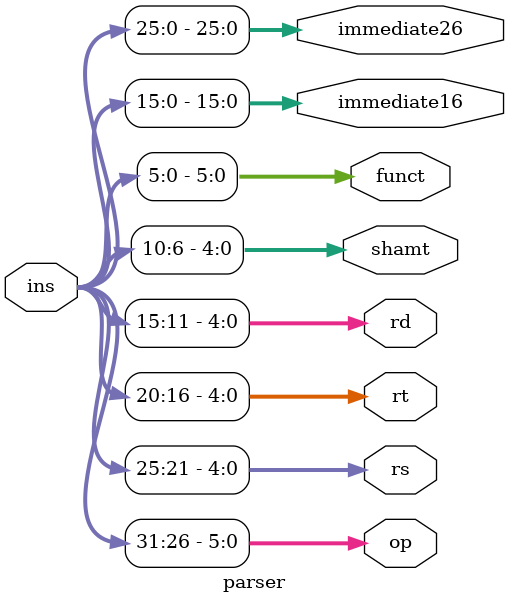
<source format=v>
`timescale 1ns / 1ps


module parser(
    input [31:0] ins,
    output [5:0] op,
    output [4:0] rs,
    output [4:0] rt,
    output [4:0] rd,
    output [4:0] shamt,
    output [5:0] funct,
    output [15:0] immediate16,
    output [25:0] immediate26
    );
    
    assign op = ins[31:26];
    assign rs = ins[25:21];
    assign rt = ins[20:16];
    assign rd = ins[15:11];
    assign shamt = ins[10:6];
    assign funct = ins[5:0];
    assign immediate16 = ins[15:0];
    assign immediate26 = ins[25:0];    
endmodule

</source>
